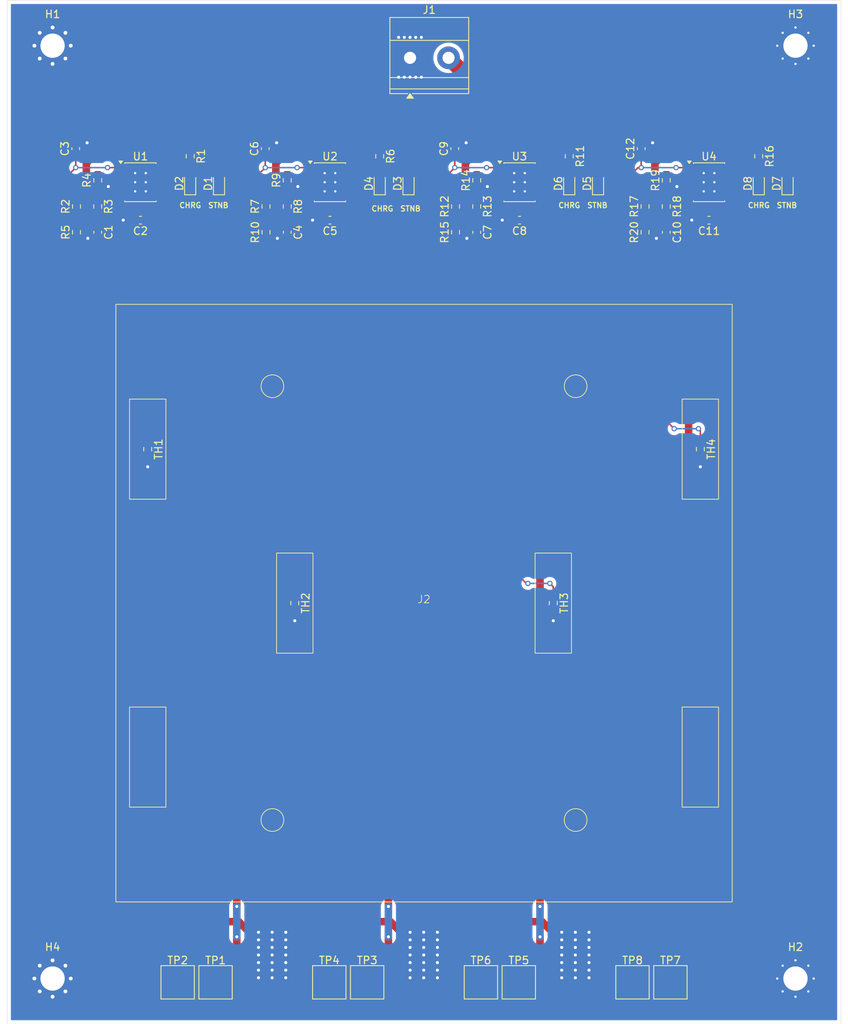
<source format=kicad_pcb>
(kicad_pcb (version 20241229) (generator "pcbnew") (generator_version "9.0")
  (layers (0 "F.Cu" signal) (2 "B.Cu" signal) (13 "F.Paste" user) (15 "B.Paste" user) (5 "F.SilkS" user "F.Silkscreen") (7 "B.SilkS" user "B.Silkscreen") (1 "F.Mask" user) (3 "B.Mask" user) (25 "Edge.Cuts" user))
  (net 0 "")
  (net 1 "GND")
  (net 2 "Net-(C1-Pad1)")
  (net 3 "/Charger1/Bat_Out")
  (net 4 "/Charger2/Bat_Out")
  (net 5 "/Charger3/Bat_Out")
  (net 6 "/Charger4/Bat_Out")
  (net 7 "Net-(D1-K)")
  (net 8 "Net-(D1-A)")
  (net 9 "Net-(D2-K)")
  (net 10 "Net-(D3-A)")
  (net 11 "Net-(D3-K)")
  (net 12 "Net-(D4-K)")
  (net 13 "Net-(D5-K)")
  (net 14 "Net-(D5-A)")
  (net 15 "Net-(D6-K)")
  (net 16 "Net-(D7-K)")
  (net 17 "Net-(D8-K)")
  (net 18 "VCC")
  (net 19 "Net-(U1-PROG)")
  (net 20 "Net-(U1-TEMP)")
  (net 21 "Net-(U2-PROG)")
  (net 22 "Net-(U2-TEMP)")
  (net 23 "Net-(U3-PROG)")
  (net 24 "Net-(U4-PROG)")
  (net 25 "Net-(U3-TEMP)")
  (net 26 "Net-(U4-TEMP)")
  (net 27 "Net-(C7-Pad1)")
  (net 28 "Net-(D7-A)")
  (net 29 "Net-(C4-Pad1)")
  (net 30 "Net-(C10-Pad1)")
  (footprint "Resistor_SMD:R_0603_1608Metric" (layer "F.Cu") (at 174.55 98.8 -90)
    (property "Reference" "TH4")
    (property "Value" "10k")
  )
  (footprint "LED_SMD:LED_0603_1608Metric" (layer "F.Cu") (at 111.055 63.775 90)
    (property "Reference" "D1")
    (property "Value" "LED")
  )
  (footprint "Capacitor_SMD:C_0603_1608Metric" (layer "F.Cu") (at 175.695 68.605 180)
    (property "Reference" "C11")
    (property "Value" "10u")
  )
  (footprint "Resistor_SMD:R_0603_1608Metric" (layer "F.Cu") (at 121.05 119.1 -90)
    (property "Reference" "TH2")
    (property "Value" "10k")
  )
  (footprint "Resistor_SMD:R_0603_1608Metric" (layer "F.Cu") (at 107.255 60.175 -90)
    (property "Reference" "R1")
    (property "Value" "1k")
  )
  (footprint "Capacitor_SMD:C_0603_1608Metric" (layer "F.Cu") (at 92.155 59.175 90)
    (property "Reference" "C3")
    (property "Value" "220n")
  )
  (footprint "MountingHole:MountingHole_3.2mm_M3_Pad_Via" (layer "F.Cu") (at 89.1 45.6)
    (property "Reference" "H1")
    (property "Value" "MountingHole_Pad")
  )
  (footprint "TestPoint:TestPoint_Pad_4.0x4.0mm" (layer "F.Cu") (at 170.6 169.1)
    (property "Reference" "TP7")
    (property "Value" "TestPoint")
  )
  (footprint "Resistor_SMD:R_0603_1608Metric" (layer "F.Cu") (at 95.055 63.35 -90)
    (property "Reference" "R4")
    (property "Value" "1k")
  )
  (footprint "MountingHole:MountingHole_3.2mm_M3_Pad_Via" (layer "F.Cu") (at 187.1 45.6)
    (property "Reference" "H3")
    (property "Value" "MountingHole_Pad")
  )
  (footprint "MountingHole:MountingHole_3.2mm_M3_Pad_Via" (layer "F.Cu") (at 187.1 168.6)
    (property "Reference" "H2")
    (property "Value" "MountingHole_Pad")
  )
  (footprint "LED_SMD:LED_0603_1608Metric" (layer "F.Cu") (at 157.255 63.775 90)
    (property "Reference" "D6")
    (property "Value" "LED")
  )
  (footprint "Resistor_SMD:R_0603_1608Metric" (layer "F.Cu") (at 145.055 66.8 -90)
    (property "Reference" "R13")
    (property "Value" "1R")
  )
  (footprint "MountingHole:MountingHole_3.2mm_M3_Pad_Via" (layer "F.Cu") (at 89.1 168.6)
    (property "Reference" "H4")
    (property "Value" "MountingHole_Pad")
  )
  (footprint "Resistor_SMD:R_0603_1608Metric" (layer "F.Cu") (at 117.255 70.2 -90)
    (property "Reference" "R10")
    (property "Value" "120k")
  )
  (footprint "Resistor_SMD:R_0603_1608Metric" (layer "F.Cu") (at 155.15 119.1 -90)
    (property "Reference" "TH3")
    (property "Value" "10k")
  )
  (footprint "Resistor_SMD:R_0603_1608Metric" (layer "F.Cu") (at 167.255 70.2 -90)
    (property "Reference" "R20")
    (property "Value" "120k")
  )
  (footprint "Resistor_SMD:R_0603_1608Metric" (layer "F.Cu") (at 142.255 70.2 -90)
    (property "Reference" "R15")
    (property "Value" "120k")
  )
  (footprint "Resistor_SMD:R_0603_1608Metric" (layer "F.Cu") (at 120.055 66.8 -90)
    (property "Reference" "R8")
    (property "Value" "1R")
  )
  (footprint "TestPoint:TestPoint_Pad_4.0x4.0mm" (layer "F.Cu") (at 125.6 169.1)
    (property "Reference" "TP4")
    (property "Value" "TestPoint")
  )
  (footprint "Resistor_SMD:R_0603_1608Metric" (layer "F.Cu") (at 157.255 60.175 -90)
    (property "Reference" "R11")
    (property "Value" "1k")
  )
  (footprint "Resistor_SMD:R_0603_1608Metric" (layer "F.Cu") (at 92.255 70.2 -90)
    (property "Reference" "R5")
    (property "Value" "120k")
  )
  (footprint "Capacitor_SMD:C_0603_1608Metric" (layer "F.Cu") (at 95.055 70.2 -90)
    (property "Reference" "C1")
    (property "Value" "10u")
  )
  (footprint "Capacitor_SMD:C_0603_1608Metric" (layer "F.Cu") (at 170.055 70.2 -90)
    (property "Reference" "C10")
    (property "Value" "10u")
  )
  (footprint "LED_SMD:LED_0603_1608Metric" (layer "F.Cu") (at 136.055 63.775 90)
    (property "Reference" "D3")
    (property "Value" "LED")
  )
  (footprint "Capacitor_SMD:C_0603_1608Metric" (layer "F.Cu") (at 125.695 68.605 180)
    (property "Reference" "C5")
    (property "Value" "10u")
  )
  (footprint "Package_SO:SOIC-8-1EP_3.9x4.9mm_P1.27mm_EP2.41x3.3mm_ThermalVias" (layer "F.Cu") (at 175.695 63.605)
    (property "Reference" "U4")
    (property "Value" "TP4056-42-ESOP8")
  )
  (footprint "TestPoint:TestPoint_Pad_4.0x4.0mm" (layer "F.Cu") (at 165.6 169.1)
    (property "Reference" "TP8")
    (property "Value" "TestPoint")
  )
  (footprint "Package_SO:SOIC-8-1EP_3.9x4.9mm_P1.27mm_EP2.41x3.3mm_ThermalVias" (layer "F.Cu") (at 150.695 63.605)
    (property "Reference" "U3")
    (property "Value" "TP4056-42-ESOP8")
  )
  (footprint "LED_SMD:LED_0603_1608Metric" (layer "F.Cu") (at 161.055 63.775 90)
    (property "Reference" "D5")
    (property "Value" "LED")
  )
  (footprint "TestPoint:TestPoint_Pad_4.0x4.0mm" (layer "F.Cu") (at 150.6 169.1)
    (property "Reference" "TP5")
    (property "Value" "TestPoint")
  )
  (footprint "TestPoint:TestPoint_Pad_4.0x4.0mm" (layer "F.Cu") (at 130.6 169.1)
    (property "Reference" "TP3")
    (property "Value" "TestPoint")
  )
  (footprint "Capacitor_SMD:C_0603_1608Metric" (layer "F.Cu") (at 145.055 70.2 -90)
    (property "Reference" "C7")
    (property "Value" "10u")
  )
  (footprint "Capacitor_SMD:C_0603_1608Metric" (layer "F.Cu") (at 120.055 70.2 -90)
    (property "Reference" "C4")
    (property "Value" "10u")
  )
  (footprint "Resistor_SMD:R_0603_1608Metric" (layer "F.Cu") (at 132.255 60.175 -90)
    (property "Reference" "R6")
    (property "Value" "1k")
  )
  (footprint "LED_SMD:LED_0603_1608Metric" (layer "F.Cu") (at 182.255 63.775 90)
    (property "Reference" "D8")
    (property "Value" "LED")
  )
  (footprint "Capacitor_SMD:C_0603_1608Metric" (layer "F.Cu") (at 142.155 59.175 90)
    (property "Reference" "C9")
    (property "Value" "220n")
  )
  (footprint "Capacitor_SMD:C_0603_1608Metric" (layer "F.Cu") (at 150.695 68.605 180)
    (property "Reference" "C8")
    (property "Value" "10u")
  )
  (footprint "Resistor_SMD:R_0603_1608Metric" (layer "F.Cu") (at 101.65 98.8 -90)
    (property "Reference" "TH1")
    (property "Value" "10k")
  )
  (footprint "TestPoint:TestPoint_Pad_4.0x4.0mm" (layer "F.Cu") (at 105.6 169.1)
    (property "Reference" "TP2")
    (property "Value" "TestPoint")
  )
  (footprint "Resistor_SMD:R_0603_1608Metric" (layer "F.Cu") (at 120.055 63.35 -90)
    (property "Reference" "R9")
    (property "Value" "1k")
  )
  (footprint "Resistor_SMD:R_0603_1608Metric" (layer "F.Cu") (at 92.255 66.8 -90)
    (property "Reference" "R2")
    (property "Value" "5.6k")
  )
  (footprint "Resistor_SMD:R_0603_1608Metric" (layer "F.Cu") (at 170.055 66.8 -90)
    (property "Reference" "R18")
    (property "Value" "1R")
  )
  (footprint "TerminalBlock_Phoenix:TerminalBlock_Phoenix_MKDS-1,5-2-5.08_1x02_P5.08mm_Horizontal" (layer "F.Cu") (at 136.255 47.2)
    (property "Reference" "J1")
    (property "Value" "Screw_Terminal_01x02")
  )
  (footprint "TestPoint:TestPoint_Pad_4.0x4.0mm" (layer "F.Cu") (at 110.6 169.1)
    (property "Reference" "TP1")
    (property "Value" "TestPoint")
  )
  (footprint "Resistor_SMD:R_0603_1608Metric" (layer "F.Cu") (at 117.255 66.8 -90)
    (property "Reference" "R7")
    (property "Value" "5.6k")
  )
  (footprint "TestPoint:TestPoint_Pad_4.0x4.0mm" (layer "F.Cu") (at 145.6 169.1)
    (property "Reference" "TP6")
    (property "Value" "TestPoint")
  )
  (footprint "Resistor_SMD:R_0603_1608Metric" (layer "F.Cu") (at 142.255 66.8 -90)
    (property "Reference" "R12")
    (property "Value" "5.6k")
  )
  (footprint "LED_SMD:LED_0603_1608Metric" (layer "F.Cu") (at 132.255 63.775 90)
    (property "Reference" "D4")
    (property "Value" "LED")
  )
  (footprint "Capacitor_SMD:C_0603_1608Metric" (layer "F.Cu") (at 166.75 59.175 90)
    (property "Reference" "C12")
    (property "Value" "220n")
  )
  (footprint "Resistor_SMD:R_0603_1608Metric" (layer "F.Cu") (at 145.055 63.35 -90)
    (property "Reference" "R14")
    (property "Value" "1k")
  )
  (footprint "Capacitor_SMD:C_0603_1608Metric" (layer "F.Cu") (at 117.155 59.175 90)
    (property "Reference" "C6")
    (property "Value" "220n")
  )
  (footprint "Package_SO:SOIC-8-1EP_3.9x4.9mm_P1.27mm_EP2.41x3.3mm_ThermalVias" (layer "F.Cu") (at 100.695 63.605)
    (property "Reference" "U1")
    (property "Value" "TP4056-42-ESOP8")
  )
  (footprint "Resistor_SMD:R_0603_1608Metric" (layer "F.Cu") (at 95.055 66.8 -90)
    (property "Reference" "R3")
    (property "Value" "1R")
  )
  (footprint "JK_footprints:4xCellHolder_18650" (layer "F.Cu") (at 138.1 119.1)
    (property "Reference" "J2")
    (property "Value" "CellHolder_4x18650_Parallel")
  )
  (footprint "Resistor_SMD:R_0603_1608Metric" (layer "F.Cu") (at 170.055 63.35 -90)
    (property "Reference" "R19")
    (property "Value" "1k")
  )
  (footprint "Capacitor_SMD:C_0603_1608Metric" (layer "F.Cu") (at 100.695 68.605 180)
    (property "Reference" "C2")
    (property "Value" "10u")
  )
  (footprint "LED_SMD:LED_0603_1608Metric" (layer "F.Cu") (at 107.255 63.775 90)
    (property "Reference" "D2")
    (property "Value" "LED")
  )
  (footprint "Resistor_SMD:R_0603_1608Metric" (layer "F.Cu") (at 167.255 66.8 -90)
    (property "Reference" "R17")
    (property "Value" "5.6k")
  )
  (footprint "LED_SMD:LED_0603_1608Metric" (layer "F.Cu") (at 186.055 63.775 90)
    (property "Reference" "D7")
    (property "Value" "LED")
  )
  (footprint "Resistor_SMD:R_0603_1608Metric" (layer "F.Cu") (at 182.255 60.175 -90)
    (property "Reference" "R16")
    (property "Value" "1k")
  )
  (footprint "Package_SO:SOIC-8-1EP_3.9x4.9mm_P1.27mm_EP2.41x3.3mm_ThermalVias" (layer "F.Cu") (at 125.695 63.605)
    (property "Reference" "U2")
    (property "Value" "TP4056-42-ESOP8")
  )
  (gr_rect (start 83.1 39.6) (end 193.1 174.6) (stroke (width 0.05)) (fill no) (layer "Edge.Cuts"))
  (gr_text "STNB" (at 134.9 67.5 0) (layer "F.SilkS") (effects (font (size 0.7 0.7) (thickness 0.14) (bold yes)) (justify left bottom)))
  (gr_text "CHRG" (at 131.1 67.5 0) (layer "F.SilkS") (effects (font (size 0.7 0.7) (thickness 0.14) (bold yes)) (justify left bottom)))
  (gr_text "STNB" (at 184.555 67.0625 0) (layer "F.SilkS") (effects (font (size 0.7 0.7) (thickness 0.14) (bold yes)) (justify left bottom)))
  (gr_text "STNB" (at 159.555 67.0625 0) (layer "F.SilkS") (effects (font (size 0.7 0.7) (thickness 0.14) (bold yes)) (justify left bottom)))
  (gr_text "CHRG" (at 105.755 67.0625 0) (layer "F.SilkS") (effects (font (size 0.7 0.7) (thickness 0.14) (bold yes)) (justify left bottom)))
  (gr_text "CHRG" (at 180.755 67.0625 0) (layer "F.SilkS") (effects (font (size 0.7 0.7) (thickness 0.14) (bold yes)) (justify left bottom)))
  (gr_text "CHRG" (at 155.755 67.0625 0) (layer "F.SilkS") (effects (font (size 0.7 0.7) (thickness 0.14) (bold yes)) (justify left bottom)))
  (gr_text "STNB" (at 109.555 67.0625 0) (layer "F.SilkS") (effects (font (size 0.7 0.7) (thickness 0.14) (bold yes)) (justify left bottom)))
  (segment (start 118.1 172.9) (end 118.061701 172.861701) (width 1) (layer "F.Cu") (net 1))
  (segment (start 96.52 64.24) (end 96.455 64.175) (width 0.5) (layer "F.Cu") (net 1))
  (segment (start 142.255 71.025) (end 143.725 71.025) (width 0.2) (layer "F.Cu") (net 1))
  (segment (start 93.775 70.975) (end 93.75 71) (width 0.2) (layer "F.Cu") (net 1))
  (segment (start 133.661701 161.1) (end 138.061701 165.5) (width 1) (layer "F.Cu") (net 1))
  (segment (start 145.6 169.1) (end 145.6 172.9) (width 1) (layer "F.Cu") (net 1))
  (segment (start 158.061701 172.861701) (end 158.1 172.9) (width 1) (layer "F.Cu") (net 1))
  (segment (start 145.055 70.975) (end 143.775 70.975) (width 0.2) (layer "F.Cu") (net 1))
  (segment (start 173.155 64.175) (end 173.22 64.24) (width 0.2) (layer "F.Cu") (net 1))
  (segment (start 118.725 71.025) (end 118.75 71) (width 0.2) (layer "F.Cu") (net 1))
  (segment (start 166.75 58.4) (end 168.25 58.4) (width 0.2) (layer "F.Cu") (net 1))
  (segment (start 146.52 64.24) (end 146.455 64.175) (width 0.5) (layer "F.Cu") (net 1))
  (segment (start 100.125 64.175) (end 100.695 63.605) (width 0.5) (layer "F.Cu") (net 1))
  (segment (start 108 172.9) (end 115.9 172.9) (width 1) (layer "F.Cu") (net 1))
  (segment (start 115.9 172.9) (end 118.1 172.9) (width 1) (layer "F.Cu") (net 1))
  (segment (start 125.6 172.9) (end 138.1 172.9) (width 1) (layer "F.Cu") (net 1))
  (segment (start 174.55 101.125) (end 174.55 99.625) (width 0.2) (layer "F.Cu") (net 1))
  (segment (start 167.28 71) (end 167.255 71.025) (width 0.2) (layer "F.Cu") (net 1))
  (segment (start 158.1 172.9) (end 161.8 172.9) (width 1) (layer "F.Cu") (net 1))
  (segment (start 173.425 68.605) (end 173.42 68.6) (width 0.2) (layer "F.Cu") (net 1))
  (segment (start 143.775 70.975) (end 143.75 71) (width 0.2) (layer "F.Cu") (net 1))
  (segment (start 143.725 71.025) (end 143.75 71) (width 0.2) (layer "F.Cu") (net 1))
  (segment (start 120.055 64.175) (end 121.455 64.175) (width 0.2) (layer "F.Cu") (net 1))
  (segment (start 113.661701 161.1) (end 118.061701 165.5) (width 1) (layer "F.Cu") (net 1))
  (segment (start 95.055 64.175) (end 96.455 64.175) (width 0.2) (layer "F.Cu") (net 1))
  (segment (start 148.1 161.1) (end 142.461701 161.1) (width 1) (layer "F.Cu") (net 1))
  (segment (start 170.055 70.975) (end 168.775 70.975) (width 0.2) (layer "F.Cu") (net 1))
  (segment (start 117.255 71.025) (end 118.725 71.025) (width 0.2) (layer "F.Cu") (net 1))
  (segment (start 148.155 64.175) (end 148.22 64.24) (width 0.2) (layer "F.Cu") (net 1))
  (segment (start 125.6 169.1) (end 125.6 172.9) (width 1) (layer "F.Cu") (net 1))
  (segment (start 105.6 170.5) (end 108 172.9) (width 1) (layer "F.Cu") (net 1))
  (segment (start 149.915 68.6) (end 149.92 68.605) (width 0.2) (layer "F.Cu") (net 1))
  (segment (start 122.461701 161.1) (end 118.061701 165.5) (width 1) (layer "F.Cu") (net 1))
  (segment (start 162.461701 161.1) (end 158.061701 165.5) (width 1) (layer "F.Cu") (net 1))
  (segment (start 99.92 68.605) (end 98.425 68.605) (width 0.2) (layer "F.Cu") (net 1))
  (segment (start 168.75 71) (end 167.28 71) (width 0.2) (layer "F.Cu") (net 1))
  (segment (start 98.155 64.175) (end 98.22 64.24) (width 0.2) (layer "F.Cu") (net 1))
  (segment (start 93.725 71.025) (end 93.75 71) (width 0.2) (layer "F.Cu") (net 1))
  (segment (start 123.4 68.6) (end 124.915 68.6) (width 0.2) (layer "F.Cu") (net 1))
  (segment (start 128.1 161.1) (end 122.461701 161.1) (width 1) (layer "F.Cu") (net 1))
  (segment (start 117.155 58.4) (end 118.655 58.4) (width 0.2) (layer "F.Cu") (net 1))
  (segment (start 118.061701 172.861701) (end 118.061701 165.5) (width 1) (layer "F.Cu") (net 1))
  (segment (start 174.92 68.605) (end 173.425 68.605) (width 0.2) (layer "F.Cu") (net 1))
  (segment (start 120.055 70.975) (end 118.775 70.975) (width 0.2) (layer "F.Cu") (net 1))
  (segment (start 148.1 161.1) (end 153.661701 161.1) (width 1) (layer "F.Cu") (net 1))
  (segment (start 115.9 172.9) (end 125.6 172.9) (width 1) (layer "F.Cu") (net 1))
  (segment (start 123.155 64.175) (end 123.22 64.24) (width 0.2) (layer "F.Cu") (net 1))
  (segment (start 161.8 172.9) (end 165.6 169.1) (width 1) (layer "F.Cu") (net 1))
  (segment (start 145.055 64.175) (end 146.455 64.175) (width 0.2) (layer "F.Cu") (net 1))
  (segment (start 142.461701 161.1) (end 138.061701 165.5) (width 1) (layer "F.Cu") (net 1))
  (segment (start 155.15 121.425) (end 155.15 119.925) (width 0.2) (layer "F.Cu") (net 1))
  (segment (start 150.125 64.175) (end 150.695 63.605) (width 0.5) (layer "F.Cu") (net 1))
  (segment (start 168.1 161.1) (end 162.461701 161.1) (width 1) (layer "F.Cu") (net 1))
  (segment (start 92.255 71.025) (end 93.725 71.025) (width 0.2) (layer "F.Cu") (net 1))
  (segment (start 138.061701 165.5) (end 138.061701 172.861701) (width 1) (layer "F.Cu") (net 1))
  (segment (start 171.455 64.175) (end 175.125 64.175) (width 0.5) (layer "F.Cu") (net 1))
  (segment (start 148.42 68.6) (end 149.915 68.6) (width 0.2) (layer "F.Cu") (net 1))
  (segment (start 158.061701 165.5) (end 158.061701 172.861701) (width 1) (layer "F.Cu") (net 1))
  (segment (start 125.125 64.175) (end 125.695 63.605) (width 0.5) (layer "F.Cu") (net 1))
  (segment (start 95.055 70.975) (end 93.775 70.975) (width 0.2) (layer "F.Cu") (net 1))
  (segment (start 124.915 68.6) (end 124.92 68.605) (width 0.2) (layer "F.Cu") (net 1))
  (segment (start 96.455 64.175) (end 100.125 64.175) (width 0.5) (layer "F.Cu") (net 1))
  (segment (start 142.155 58.4) (end 143.655 58.4) (width 0.2) (layer "F.Cu") (net 1))
  (segment (start 101.65 101.125) (end 101.65 99.625) (width 0.2) (layer "F.Cu") (net 1))
  (segment (start 92.155 58.4) (end 93.655 58.4) (width 0.2) (layer "F.Cu") (net 1))
  (segment (start 108.1 161.1) (end 113.661701 161.1) (width 1) (layer "F.Cu") (net 1))
  (segment (start 121.05 121.5) (end 121.05 119.925) (width 0.2) (layer "F.Cu") (net 1))
  (segment (start 170.055 64.175) (end 171.455 64.175) (width 0.2) (layer "F.Cu") (net 1))
  (segment (start 121.455 64.175) (end 125.125 64.175) (width 0.5) (layer "F.Cu") (net 1))
  (segment (start 98.425 68.605) (end 98.42 68.6) (width 0.2) (layer "F.Cu") (net 1))
  (segment (start 121.52 64.24) (end 121.455 64.175) (width 0.5) (layer "F.Cu") (net 1))
  (segment (start 153.661701 161.1) (end 158.061701 165.5) (width 1) (layer "F.Cu") (net 1))
  (segment (start 168.775 70.975) (end 168.75 71) (width 0.2) (layer "F.Cu") (net 1))
  (segment (start 138.1 172.9) (end 145.6 172.9) (width 1) (layer "F.Cu") (net 1))
  (segment (start 146.455 64.175) (end 150.125 64.175) (width 0.5) (layer "F.Cu") (net 1))
  (segment (start 105.6 169.1) (end 105.6 170.5) (width 1) (layer "F.Cu") (net 1))
  (segment (start 128.1 161.1) (end 133.661701 161.1) (width 1) (layer "F.Cu") (net 1))
  (segment (start 171.52 64.24) (end 171.455 64.175) (width 0.5) (layer "F.Cu") (net 1))
  (segment (start 175.125 64.175) (end 175.695 63.605) (width 0.5) (layer "F.Cu") (net 1))
  (segment (start 118.775 70.975) (end 118.75 71) (width 0.2) (layer "F.Cu") (net 1))
  (segment (start 145.6 172.9) (end 158.1 172.9) (width 1) (layer "F.Cu") (net 1))
  (segment (start 138.061701 172.861701) (end 138.1 172.9) (width 1) (layer "F.Cu") (net 1))
  (via (at 168.25 58.4) (size 0.7) (drill 0.4) (layers "F.Cu" "B.Cu") (net 1))
  (via (at 158.061701 166.5) (size 0.7) (drill 0.4) (layers "F.Cu" "B.Cu") (net 1))
  (via (at 156.261701 167.5) (size 0.7) (drill 0.4) (layers "F.Cu" "B.Cu") (net 1))
  (via (at 159.861701 164.5) (size 0.7) (drill 0.4) (layers "F.Cu" "B.Cu") (net 1))
  (via (at 156.261701 162.5) (size 0.7) (drill 0.4) (layers "F.Cu" "B.Cu") (net 1))
  (via (at 156.261701 163.5) (size 0.7) (drill 0.4) (layers "F.Cu" "B.Cu") (net 1))
  (via (at 119.861701 163.5) (size 0.7) (drill 0.4) (layers "F.Cu" "B.Cu") (net 1))
  (via (at 118.75 71) (size 0.7) (drill 0.4) (layers "F.Cu" "B.Cu") (net 1))
  (via (at 156.261701 166.5) (size 0.7) (drill 0.4) (layers "F.Cu" "B.Cu") (net 1))
  (via (at 137.75 49.75) (size 0.7) (drill 0.4) (layers "F.Cu" "B.Cu") (net 1))
  (via (at 116.261701 165.5) (size 0.7) (drill 0.4) (layers "F.Cu" "B.Cu") (net 1))
  (via (at 136.261701 165.5) (size 0.7) (drill 0.4) (layers "F.Cu" "B.Cu") (net 1))
  (via (at 137.75 44.5) (size 0.7) (drill 0.4) (layers "F.Cu" "B.Cu") (net 1))
  (via (at 139.861701 168.5) (size 0.7) (drill 0.4) (layers "F.Cu" "B.Cu") (net 1))
  (via (at 116.261701 164.5) (size 0.7) (drill 0.4) (layers "F.Cu" "B.Cu") (net 1))
  (via (at 139.861701 164.5) (size 0.7) (drill 0.4) (layers "F.Cu" "B.Cu") (net 1))
  (via (at 116.261701 167.5) (size 0.7) (drill 0.4) (layers "F.Cu" "B.Cu") (net 1))
  (via (at 118.061701 164.5) (size 0.7) (drill 0.4) (layers "F.Cu" "B.Cu") (net 1))
  (via (at 136.261701 167.5) (size 0.7) (drill 0.4) (layers "F.Cu" "B.Cu") (net 1))
  (via (at 118.061701 168.5) (size 0.7) (drill 0.4) (layers "F.Cu" "B.Cu") (net 1))
  (via (at 116.261701 168.5) (size 0.7) (drill 0.4) (layers "F.Cu" "B.Cu") (net 1))
  (via (at 158.061701 163.5) (size 0.7) (drill 0.4) (layers "F.Cu" "B.Cu") (net 1))
  (via (at 138.061701 162.5) (size 0.7) (drill 0.4) (layers "F.Cu" "B.Cu") (net 1))
  (via (at 143.75 71) (size 0.7) (drill 0.4) (layers "F.Cu" "B.Cu") (net 1))
  (via (at 139.861701 166.5) (size 0.7) (drill 0.4) (layers "F.Cu" "B.Cu") (net 1))
  (via (at 138.061701 167.5) (size 0.7) (drill 0.4) (layers "F.Cu" "B.Cu") (net 1))
  (via (at 118.061701 163.5) (size 0.7) (drill 0.4) (layers "F.Cu" "B.Cu") (net 1))
  (via (at 116.261701 163.5) (size 0.7) (drill 0.4) (layers "F.Cu" "B.Cu") (net 1))
  (via (at 139.861701 162.5) (size 0.7) (drill 0.4) (layers "F.Cu" "B.Cu") (net 1))
  (via (at 138.061701 165.5) (size 0.7) (drill 0.4) (layers "F.Cu" "B.Cu") (net 1))
  (via (at 116.261701 166.5) (size 0.7) (drill 0.4) (layers "F.Cu" "B.Cu") (net 1))
  (via (at 146.455 64.175) (size 0.7) (drill 0.4) (layers "F.Cu" "B.Cu") (net 1))
  (via (at 137 44.5) (size 0.7) (drill 0.4) (layers "F.Cu" "B.Cu") (net 1))
  (via (at 136.261701 163.5) (size 0.7) (drill 0.4) (layers "F.Cu" "B.Cu") (net 1))
  (via (at 159.861701 165.5) (size 0.7) (drill 0.4) (layers "F.Cu" "B.Cu") (net 1))
  (via (at 156.261701 165.5) (size 0.7) (drill 0.4) (layers "F.Cu" "B.Cu") (net 1))
  (via (at 136.25 44.5) (size 0.7) (drill 0.4) (layers "F.Cu" "B.Cu") (net 1))
  (via (at 118.061701 166.5) (size 0.7) (drill 0.4) (layers "F.Cu" "B.Cu") (net 1))
  (via (at 101.65 101.125) (size 0.7) (drill 0.4) (layers "F.Cu" "B.Cu") (net 1))
  (via (at 143.655 58.4) (size 0.7) (drill 0.4) (layers "F.Cu" "B.Cu") (net 1))
  (via (at 118.061701 165.5) (size 0.7) (drill 0.4) (layers "F.Cu" "B.Cu") (net 1))
  (via (at 173.42 68.6) (size 0.7) (drill 0.4) (layers "F.Cu" "B.Cu") (net 1))
  (via (at 171.455 64.175) (size 0.7) (drill 0.4) (layers "F.Cu" "B.Cu") (net 1))
  (via (at 119.861701 164.5) (size 0.7) (drill 0.4) (layers "F.Cu" "B.Cu") (net 1))
  (via (at 156.261701 164.5) (size 0.7) (drill 0.4) (layers "F.Cu" "B.Cu") (net 1))
  (via (at 98.42 68.6) (size 0.7) (drill 0.4) (layers "F.Cu" "B.Cu") (net 1))
  (via (at 135.5 49.75) (size 0.7) (drill 0.4) (layers "F.Cu" "B.Cu") (net 1))
  (via (at 159.861701 162.5) (size 0.7) (drill 0.4) (layers "F.Cu" "B.Cu") (net 1))
  (via (at 118.061701 162.5) (size 0.7) (drill 0.4) (layers "F.Cu" "B.Cu") (net 1))
  (via (at 138.061701 164.5) (size 0.7) (drill 0.4) (layers "F.Cu" "B.Cu") (net 1))
  (via (at 158.061701 168.5) (size 0.7) (drill 0.4) (layers "F.Cu" "B.Cu") (net 1))
  (via (at 121.05 121.425) (size 0.7) (drill 0.4) (layers "F.Cu" "B.Cu") (net 1))
  (via (at 96.455 64.175) (size 0.7) (drill 0.4) (layers "F.Cu" "B.Cu") (net 1))
  (via (at 123.4 68.6) (size 0.7) (drill 0.4) (layers "F.Cu" "B.Cu") (net 1))
  (via (at 119.861701 162.5) (size 0.7) (drill 0.4) (layers "F.Cu" "B.Cu") (net 1))
  (via (at 136.261701 166.5) (size 0.7) (drill 0.4) (layers "F.Cu" "B.Cu") (net 1))
  (via (at 158.061701 167.5) (size 0.7) (drill 0.4) (layers "F.Cu" "B.Cu") (net 1))
  (via (at 134.75 49.75) (size 0.7) (drill 0.4) (layers "F.Cu" "B.Cu") (net 1))
  (via (at 159.861701 163.5) (size 0.7) (drill 0.4) (layers "F.Cu" "B.Cu") (net 1))
  (via (at 119.861701 166.5) (size 0.7) (drill 0.4) (layers "F.Cu" "B.Cu") (net 1))
  (via (at 139.861701 167.5) (size 0.7) (drill 0.4) (layers "F.Cu" "B.Cu") (net 1))
  (via (at 116.261701 162.5) (size 0.7) (drill 0.4) (layers "F.Cu" "B.Cu") (net 1))
  (via (at 118.061701 167.5) (size 0.7) (drill 0.4) (layers "F.Cu" "B.Cu") (net 1))
  (via (at 158.061701 162.5) (size 0.7) (drill 0.4) (layers "F.Cu" "B.Cu") (net 1))
  (via (at 93.655 58.4) (size 0.7) (drill 0.4) (layers "F.Cu" "B.Cu") (net 1))
  (via (at 119.861701 168.5) (size 0.7) (drill 0.4) (layers "F.Cu" "B.Cu") (net 1))
  (via (at 135.5 44.5) (size 0.7) (drill 0.4) (layers "F.Cu" "B.Cu") (net 1))
  (via (at 137 49.75) (size 0.7) (drill 0.4) (layers "F.Cu" "B.Cu") (net 1))
  (via (at 136.261701 168.5) (size 0.7) (drill 0.4) (layers "F.Cu" "B.Cu") (net 1))
  (via (at 155.15 121.425) (size 0.7) (drill 0.4) (layers "F.Cu" "B.Cu") (net 1))
  (via (at 174.55 101.125) (size 0.7) (drill 0.4) (layers "F.Cu" "B.Cu") (net 1))
  (via (at 139.861701 165.5) (size 0.7) (drill 0.4) (layers "F.Cu" "B.Cu") (net 1))
  (via (at 121.455 64.175) (size 0.7) (drill 0.4) (layers "F.Cu" "B.Cu") (net 1))
  (via (at 119.861701 167.5) (size 0.7) (drill 0.4) (layers "F.Cu" "B.Cu") (net 1))
  (via (at 136.261701 164.5) (size 0.7) (drill 0.4) (layers "F.Cu" "B.Cu") (net 1))
  (via (at 159.861701 166.5) (size 0.7) (drill 0.4) (layers "F.Cu" "B.Cu") (net 1))
  (via (at 159.861701 167.5) (size 0.7) (drill 0.4) (layers "F.Cu" "B.Cu") (net 1))
  (via (at 138.061701 163.5) (size 0.7) (drill 0.4) (layers "F.Cu" "B.Cu") (net 1))
  (via (at 156.261701 168.5) (size 0.7) (drill 0.4) (layers "F.Cu" "B.Cu") (net 1))
  (via (at 139.861701 163.5) (size 0.7) (drill 0.4) (layers "F.Cu" "B.Cu") (net 1))
  (via (at 158.061701 164.5) (size 0.7) (drill 0.4) (layers "F.Cu" "B.Cu") (net 1))
  (via (at 158.061701 165.5) (size 0.7) (drill 0.4) (layers "F.Cu" "B.Cu") (net 1))
  (via (at 134.75 44.5) (size 0.7) (drill 0.4) (layers "F.Cu" "B.Cu") (net 1))
  (via (at 138.061701 166.5) (size 0.7) (drill 0.4) (layers "F.Cu" "B.Cu") (net 1))
  (via (at 148.42 68.6) (size 0.7) (drill 0.4) (layers "F.Cu" "B.Cu") (net 1))
  (via (at 136.261701 162.5) (size 0.7) (drill 0.4) (layers "F.Cu" "B.Cu") (net 1))
  (via (at 168.75 71) (size 0.7) (drill 0.4) (layers "F.Cu" "B.Cu") (net 1))
  (via (at 136.25 49.75) (size 0.7) (drill 0.4) (layers "F.Cu" "B.Cu") (net 1))
  (via (at 93.75 71) (size 0.7) (drill 0.4) (layers "F.Cu" "B.Cu") (net 1))
  (via (at 138.061701 168.5) (size 0.7) (drill 0.4) (layers "F.Cu" "B.Cu") (net 1))
  (via (at 118.655 58.4) (size 0.7) (drill 0.4) (layers "F.Cu" "B.Cu") (net 1))
  (via (at 119.861701 165.5) (size 0.7) (drill 0.4) (layers "F.Cu" "B.Cu") (net 1))
  (via (at 159.861701 168.5) (size 0.7) (drill 0.4) (layers "F.Cu" "B.Cu") (net 1))
  (segment (start 95.055 67.625) (end 95.055 69.425) (width 0.2) (layer "F.Cu") (net 2))
  (segment (start 103.17 72.17) (end 108.1 77.1) (width 1) (layer "F.Cu") (net 3))
  (segment (start 103.17 68.6) (end 103.17 72.17) (width 1) (layer "F.Cu") (net 3))
  (segment (start 113.4 159.1) (end 113.4 82.4) (width 1) (layer "F.Cu") (net 3))
  (segment (start 113.4 166.3) (end 113.4 163.1) (width 1) (layer "F.Cu") (net 3))
  (segment (start 103.165 68.605) (end 103.17 68.6) (width 0.2) (layer "F.Cu") (net 3))
  (segment (start 113.4 82.4) (end 108.1 77.1) (width 1) (layer "F.Cu") (net 3))
  (segment (start 101.47 68.605) (end 103.165 68.605) (width 0.2) (layer "F.Cu") (net 3))
  (segment (start 103.17 65.51) (end 103.17 68.6) (width 1) (layer "F.Cu") (net 3))
  (segment (start 110.6 169.1) (end 113.4 166.3) (width 1) (layer "F.Cu") (net 3))
  (via (at 113.4 159.1) (size 0.7) (drill 0.4) (layers "F.Cu" "B.Cu") (net 3))
  (via (at 113.4 163.1) (size 0.7) (drill 0.4) (layers "F.Cu" "B.Cu") (net 3))
  (segment (start 113.4 163.1) (end 113.4 159.1) (width 1) (layer "B.Cu") (net 3))
  (segment (start 126.47 68.605) (end 128.165 68.605) (width 0.2) (layer "F.Cu") (net 4))
  (segment (start 133.4 82.4) (end 133.4 159.1) (width 1) (layer "F.Cu") (net 4))
  (segment (start 130.6 169.1) (end 133.4 166.3) (width 1) (layer "F.Cu") (net 4))
  (segment (start 128.17 65.51) (end 128.17 68.6) (width 1) (layer "F.Cu") (net 4))
  (segment (start 128.17 77.03) (end 128.1 77.1) (width 1) (layer "F.Cu") (net 4))
  (segment (start 128.17 68.6) (end 128.17 77.03) (width 1) (layer "F.Cu") (net 4))
  (segment (start 133.4 166.3) (end 133.4 163.1) (width 1) (layer "F.Cu") (net 4))
  (segment (start 128.1 77.1) (end 133.4 82.4) (width 1) (layer "F.Cu") (net 4))
  (segment (start 128.165 68.605) (end 128.17 68.6) (width 0.2) (layer "F.Cu") (net 4))
  (via (at 133.4 159.1) (size 0.7) (drill 0.4) (layers "F.Cu" "B.Cu") (net 4))
  (via (at 133.4 163.1) (size 0.7) (drill 0.4) (layers "F.Cu" "B.Cu") (net 4))
  (segment (start 133.4 163.1) (end 133.4 159.1) (width 1) (layer "B.Cu") (net 4))
  (segment (start 153.4 82.4) (end 153.4 159.1) (width 1) (layer "F.Cu") (net 5))
  (segment (start 153.4 166.3) (end 153.4 163.1) (width 1) (layer "F.Cu") (net 5))
  (segment (start 150.6 169.1) (end 153.4 166.3) (width 1) (layer "F.Cu") (net 5))
  (segment (start 153.17 65.51) (end 153.17 68.6) (width 1) (layer "F.Cu") (net 5))
  (segment (start 153.17 68.6) (end 153.17 72.03) (width 1) (layer "F.Cu") (net 5))
  (segment (start 153.17 72.03) (end 148.1 77.1) (width 1) (layer "F.Cu") (net 5))
  (segment (start 153.165 68.605) (end 153.17 68.6) (width 0.2) (layer "F.Cu") (net 5))
  (segment (start 148.1 77.1) (end 153.4 82.4) (width 1) (layer "F.Cu") (net 5))
  (segment (start 151.47 68.605) (end 153.165 68.605) (width 0.2) (layer "F.Cu") (net 5))
  (via (at 153.4 163.1) (size 0.7) (drill 0.4) (layers "F.Cu" "B.Cu") (net 5))
  (via (at 153.4 159.1) (size 0.7) (drill 0.4) (layers "F.Cu" "B.Cu") (net 5))
  (segment (start 153.4 163.1) (end 153.4 159.1) (width 1) (layer "B.Cu") (net 5))
  (segment (start 176.47 68.605) (end 178.165 68.605) (width 0.2) (layer "F.Cu") (net 6))
  (segment (start 170.6 169.1) (end 173 166.7) (width 1) (layer "F.Cu") (net 6))
  (segment (start 178.17 68.6) (end 178.17 70.93) (width 1) (layer "F.Cu") (net 6))
  (segment (start 178.17 65.51) (end 178.17 68.6) (width 1) (layer "F.Cu") (net 6))
  (segment (start 168.1 77.1) (end 173 82) (width 1) (layer "F.Cu") (net 6))
  (segment (start 172 77.1) (end 168.1 77.1) (width 1) (layer "F.Cu") (net 6))
  (segment (start 173 166.7) (end 173 82.8) (width 1) (layer "F.Cu") (net 6))
  (segment (start 178.17 70.93) (end 172 77.1) (width 1) (layer "F.Cu") (net 6))
  (segment (start 173 82) (end 173 82.8) (width 1) (layer "F.Cu") (net 6))
  (segment (start 178.165 68.605) (end 178.17 68.6) (width 0.2) (layer "F.Cu") (net 6))
  (segment (start 104.92 64.24) (end 103.17 64.24) (width 0.2) (layer "F.Cu") (net 7))
  (segment (start 110.0425 65.575) (end 106.255 65.575) (width 0.2) (layer "F.Cu") (net 7))
  (segment (start 111.055 64.5625) (end 110.0425 65.575) (width 0.2) (layer "F.Cu") (net 7))
  (segment (start 106.255 65.575) (end 104.92 64.24) (width 0.2) (layer "F.Cu") (net 7))
  (segment (start 107.255 61) (end 109.0675 61) (width 0.2) (layer "F.Cu") (net 8))
  (segment (start 107.255 61) (end 107.255 62.9875) (width 0.2) (layer "F.Cu") (net 8))
  (segment (start 109.0675 61) (end 111.055 62.9875) (width 0.2) (layer "F.Cu") (net 8))
  (segment (start 107.255 64.5625) (end 105.6625 62.97) (width 0.2) (layer "F.Cu") (net 9))
  (segment (start 105.6625 62.97) (end 103.17 62.97) (width 0.2) (layer "F.Cu") (net 9))
  (segment (start 132.255 61) (end 132.255 62.9875) (width 0.2) (layer "F.Cu") (net 10))
  (segment (start 134.0675 61) (end 136.055 62.9875) (width 0.2) (layer "F.Cu") (net 10))
  (segment (start 132.255 61) (end 134.0675 61) (width 0.2) (layer "F.Cu") (net 10))
  (segment (start 131.255 65.575) (end 129.92 64.24) (width 0.2) (layer "F.Cu") (net 11))
  (segment (start 135.0425 65.575) (end 131.255 65.575) (width 0.2) (layer "F.Cu") (net 11))
  (segment (start 129.92 64.24) (end 128.17 64.24) (width 0.2) (layer "F.Cu") (net 11))
  (segment (start 136.055 64.5625) (end 135.0425 65.575) (width 0.2) (layer "F.Cu") (net 11))
  (segment (start 130.6625 62.97) (end 128.17 62.97) (width 0.2) (layer "F.Cu") (net 12))
  (segment (start 132.255 64.5625) (end 130.6625 62.97) (width 0.2) (layer "F.Cu") (net 12))
  (segment (start 160.0425 65.575) (end 156.255 65.575) (width 0.2) (layer "F.Cu") (net 13))
  (segment (start 156.255 65.575) (end 154.92 64.24) (width 0.2) (layer "F.Cu") (net 13))
  (segment (start 161.055 64.5625) (end 160.0425 65.575) (width 0.2) (layer "F.Cu") (net 13))
  (segment (start 154.92 64.24) (end 153.17 64.24) (width 0.2) (layer "F.Cu") (net 13))
  (segment (start 157.255 61) (end 157.255 62.9875) (width 0.2) (layer "F.Cu") (net 14))
  (segment (start 157.255 61) (end 159.0675 61) (width 0.2) (layer "F.Cu") (net 14))
  (segment (start 159.0675 61) (end 161.055 62.9875) (width 0.2) (layer "F.Cu") (net 14))
  (segment (start 157.255 64.5625) (end 155.6625 62.97) (width 0.2) (layer "F.Cu") (net 15))
  (segment (start 155.6625 62.97) (end 153.17 62.97) (width 0.2) (layer "F.Cu") (net 15))
  (segment (start 181.255 65.575) (end 179.92 64.24) (width 0.2) (layer "F.Cu") (net 16))
  (segment (start 186.055 64.5625) (end 185.0425 65.575) (width 0.2) (layer "F.Cu") (net 16))
  (segment (start 185.0425 65.575) (end 181.255 65.575) (width 0.2) (layer "F.Cu") (net 16))
  (segment (start 179.92 64.24) (end 178.17 64.24) (width 0.2) (layer "F.Cu") (net 16))
  (segment (start 180.6625 62.97) (end 178.17 62.97) (width 0.2) (layer "F.Cu") (net 17))
  (segment (start 182.255 64.5625) (end 180.6625 62.97) (width 0.2) (layer "F.Cu") (net 17))
  (segment (start 170.055 65.975) (end 172.755 65.975) (width 1) (layer "F.Cu") (net 18))
  (segment (start 144.855 59.775) (end 151.245 59.775) (width 1) (layer "F.Cu") (net 18))
  (segment (start 122.755 65.975) (end 123.22 65.51) (width 1) (layer "F.Cu") (net 18))
  (segment (start 170 55.5) (end 176 55.5) (width 2) (layer "F.Cu") (net 18))
  (segment (start 167.255 65.975) (end 168.555 65.975) (width 0.2) (layer "F.Cu") (net 18))
  (segment (start 107.255 57.445) (end 108.75 55.95) (width 0.2) (layer "F.Cu") (net 18))
  (segment (start 118.555 61.075) (end 119.855 59.775) (width 1) (layer "F.Cu") (net 18))
  (segment (start 132.255 57.555) (end 134.31 55.5) (width 0.2) (layer "F.Cu") (net 18))
  (segment (start 93.555 61.075) (end 94.855 59.775) (width 1) (layer "F.Cu") (net 18))
  (segment (start 117.255 65.975) (end 118.555 65.975) (width 0.2) (layer "F.Cu") (net 18))
  (segment (start 182.255 57.555) (end 181 56.3) (width 0.2) (layer "F.Cu") (net 18))
  (segment (start 118.555 65.975) (end 120.055 65.975) (width 1) (layer "F.Cu") (net 18))
  (segment (start 119.855 55.645) (end 120 55.5) (width 1) (layer "F.Cu") (net 18))
  (segment (start 168.25 55.5) (end 170 55.5) (width 2) (layer "F.Cu") (net 18))
  (segment (start 143.555 61.075) (end 144.855 59.775) (width 1) (layer "F.Cu") (net 18))
  (segment (start 97.755 65.975) (end 98.22 65.51) (width 1) (layer "F.Cu") (net 18))
  (segment (start 134.5 55.5) (end 120 55.5) (width 2) (layer "F.Cu") (net 18))
  (segment (start 132.255 59.35) (end 132.255 57.555) (width 0.2) (layer "F.Cu") (net 18))
  (segment (start 144.855 55.605) (end 144.75 55.5) (width 1) (layer "F.Cu") (net 18))
  (segment (start 94.855 59.775) (end 94.855 56.145) (width 1) (layer "F.Cu") (net 18))
  (segment (start 176.245 59.775) (end 178.17 61.7) (width 1) (layer "F.Cu") (net 18))
  (segment (start 101.245 59.775) (end 103.17 61.7) (width 1) (layer "F.Cu") (net 18))
  (segment (start 118.555 65.975) (end 118.555 61.075) (width 1) (layer "F.Cu") (net 18))
  (segment (start 144.75 55.5) (end 134.5 55.5) (width 2) (layer "F.Cu") (net 18))
  (segment (start 94.855 56.145) (end 95.5 55.5) (width 1) (layer "F.Cu") (net 18))
  (segment (start 145.055 65.975) (end 147.755 65.975) (width 1) (layer "F.Cu") (net 18))
  (segment (start 149.635 55.5) (end 155.5 55.5) (width 2) (layer "F.Cu") (net 18))
  (segment (start 144.855 59.775) (end 144.855 55.605) (width 1) (layer "F.Cu") (net 18))
  (segment (start 182.255 59.35) (end 182.255 57.555) (width 0.2) (layer "F.Cu") (net 18))
  (segment (start 169.855 55.645) (end 170 55.5) (width 1) (layer "F.Cu") (net 18))
  (segment (start 157.255 57.255) (end 155.5 55.5) (width 0.2) (layer "F.Cu") (net 18))
  (segment (start 94.855 59.775) (end 101.245 59.775) (width 1) (layer "F.Cu") (net 18))
  (segment (start 169.855 59.775) (end 176.245 59.775) (width 1) (layer "F.Cu") (net 18))
  (segment (start 93.555 65.975) (end 93.555 61.075) (width 1) (layer "F.Cu") (net 18))
  (segment (start 95.5 55.5) (end 94.5 55.5) (width 2) (layer "F.Cu") (net 18))
  (segment (start 172.755 65.975) (end 173.22 65.51) (width 1) (layer "F.Cu") (net 18))
  (segment (start 168.555 61.075) (end 169.855 59.775) (width 1) (layer "F.Cu") (net 18))
  (segment (start 119.855 59.775) (end 119.855 55.645) (width 1) (layer "F.Cu") (net 18))
  (segment (start 92.255 65.975) (end 93.555 65.975) (width 0.2) (layer "F.Cu") (net 18))
  (segment (start 143.555 65.975) (end 143.555 61.075) (width 1) (layer "F.Cu") (net 18))
  (segment (start 120 55.5) (end 108.75 55.5) (width 2) (layer "F.Cu") (net 18))
  (segment (start 176 55.5) (end 181 55.5) (width 2) (layer "F.Cu") (net 18))
  (segment (start 93.555 65.975) (end 95.055 65.975) (width 1) (layer "F.Cu") (net 18))
  (segment (start 134.31 55.5) (end 134.5 55.5) (width 0.2) (layer "F.Cu") (net 18))
  (segment (start 119.855 59.775) (end 126.245 59.775) (width 1) (layer "F.Cu") (net 18))
  (segment (start 108.75 55.5) (end 95.5 55.5) (width 2) (layer "F.Cu") (net 18))
  (segment (start 149.635 55.5) (end 144.75 55.5) (width 2) (layer "F.Cu") (net 18))
  (segment (start 155.5 55.5) (end 168.25 55.5) (width 2) (layer "F.Cu") (net 18))
  (segment (start 107.255 59.35) (end 107.255 57.445) (width 0.2) (layer "F.Cu") (net 18))
  (segment (start 157.255 59.35) (end 157.255 57.255) (width 0.2) (layer "F.Cu") (net 18))
  (segment (start 168.555 65.975) (end 170.055 65.975) (width 1) (layer "F.Cu") (net 18))
  (segment (start 143.555 65.975) (end 145.055 65.975) (width 1) (layer "F.Cu") (net 18))
  (segment (start 181 56.3) (end 181 55.5) (width 0.2) (layer "F.Cu") (net 18))
  (segment (start 141.335 47.2) (end 149.635 55.5) (width 2) (layer "F.Cu") (net 18))
  (segment (start 126.245 59.775) (end 128.17 61.7) (width 1) (layer "F.Cu") (net 18))
  (segment (start 108.75 55.95) (end 108.75 55.5) (width 0.2) (layer "F.Cu") (net 18))
  (segment (start 142.255 65.975) (end 143.555 65.975) (width 0.2) (layer "F.Cu") (net 18))
  (segment (start 151.245 59.775) (end 153.17 61.7) (width 1) (layer "F.Cu") (net 18))
  (segment (start 147.755 65.975) (end 148.22 65.51) (width 1) (layer "F.Cu") (net 18))
  (segment (start 169.855 59.775) (end 169.855 55.645) (width 1) (layer "F.Cu") (net 18))
  (segment (start 95.055 65.975) (end 97.755 65.975) (width 1) (layer "F.Cu") (net 18))
  (segment (start 168.555 65.975) (end 168.555 61.075) (width 1) (layer "F.Cu") (net 18))
  (segment (start 120.055 65.975) (end 122.755 65.975) (width 1) (layer "F.Cu") (net 18))
  (segment (start 95.5 62.97) (end 98.22 62.97) (width 0.2) (layer "F.Cu") (net 19))
  (segment (start 95.055 62.525) (end 95.5 62.97) (width 0.2) (layer "F.Cu") (net 19))
  (segment (start 92.155 59.95) (end 92.155 61.675) (width 0.2) (layer "F.Cu") (net 20))
  (segment (start 92.255 68.475) (end 92.255 69.375) (width 0.2) (layer "F.Cu") (net 20))
  (segment (start 92.255 68.475) (end 90.955 68.475) (width 0.2) (layer "F.Cu") (net 20))
  (segment (start 90.6 86.925) (end 101.65 97.975) (width 0.2) (layer "F.Cu") (net 20))
  (segment (start 98.195 61.675) (end 98.22 61.7) (width 0.2) (layer "F.Cu") (net 20))
  (segment (start 90.555 63.275) (end 92.155 61.675) (width 0.2) (layer "F.Cu") (net 20))
  (segment (start 90.955 68.475) (end 90.555 68.075) (width 0.2) (layer "F.Cu") (net 20))
  (segment (start 90.955 68.475) (end 90.6 68.83) (width 0.2) (layer "F.Cu") (net 20))
  (segment (start 96.355 61.675) (end 98.195 61.675) (width 0.2) (layer "F.Cu") (net 20))
  (segment (start 90.6 68.83) (end 90.6 86.925) (width 0.2) (layer "F.Cu") (net 20))
  (segment (start 92.255 67.625) (end 92.255 68.475) (width 0.2) (layer "F.Cu") (net 20))
  (segment (start 90.555 68.075) (end 90.555 63.275) (width 0.2) (layer "F.Cu") (net 20))
  (via (at 92.155 61.675) (size 0.7) (drill 0.4) (layers "F.Cu" "B.Cu") (net 20))
  (via (at 96.355 61.675) (size 0.7) (drill 0.4) (layers "F.Cu" "B.Cu") (net 20))
  (segment (start 92.155 61.675) (end 96.355 61.675) (width 0.2) (layer "B.Cu") (net 20))
  (segment (start 120.5 62.97) (end 123.22 62.97) (width 0.2) (layer "F.Cu") (net 21))
  (segment (start 120.055 62.525) (end 120.5 62.97) (width 0.2) (layer "F.Cu") (net 21))
  (segment (start 115.555 68.075) (end 115.555 63.275) (width 0.2) (layer "F.Cu") (net 22))
  (segment (start 123.195 61.675) (end 123.22 61.7) (width 0.2) (layer "F.Cu") (net 22))
  (segment (start 117.255 68.475) (end 117.255 69.375) (width 0.2) (layer "F.Cu") (net 22))
  (segment (start 115.6 112.8) (end 121.05 118.25) (width 0.2) (layer "F.Cu") (net 22))
  (segment (start 115.555 63.275) (end 117.155 61.675) (width 0.2) (layer "F.Cu") (net 22))
  (segment (start 115.6 68.83) (end 115.6 112.8) (width 0.2) (layer "F.Cu") (net 22))
  (segment (start 117.255 67.625) (end 117.255 68.475) (width 0.2) (layer "F.Cu") (net 22))
  (segment (start 117.255 68.475) (end 115.955 68.475) (width 0.2) (layer "F.Cu") (net 22))
  (segment (start 117.155 59.95) (end 117.155 61.675) (width 0.2) (layer "F.Cu") (net 22))
  (segment (start 121.05 118.25) (end 121.05 118.275) (width 0.2) (layer "F.Cu") (net 22))
  (segment (start 115.955 68.475) (end 115.6 68.83) (width 0.2) (layer "F.Cu") (net 22))
  (segment (start 121.355 61.675) (end 123.195 61.675) (width 0.2) (layer "F.Cu") (net 22))
  (segment (start 115.955 68.475) (end 115.555 68.075) (width 0.2) (layer "F.Cu") (net 22))
  (via (at 121.355 61.675) (size 0.7) (drill 0.4) (layers "F.Cu" "B.Cu") (net 22))
  (via (at 117.155 61.675) (size 0.7) (drill 0.4) (layers "F.Cu" "B.Cu") (net 22))
  (segment (start 117.155 61.675) (end 121.355 61.675) (width 0.2) (layer "B.Cu") (net 22))
  (segment (start 145.5 62.97) (end 148.22 62.97) (width 0.2) (layer "F.Cu") (net 23))
  (segment (start 145.055 62.525) (end 145.5 62.97) (width 0.2) (layer "F.Cu") (net 23))
  (segment (start 170.5 62.97) (end 173.22 62.97) (width 0.2) (layer "F.Cu") (net 24))
  (segment (start 170.055 62.525) (end 170.5 62.97) (width 0.2) (layer "F.Cu") (net 24))
  (segment (start 146.355 61.675) (end 148.195 61.675) (width 0.2) (layer "F.Cu") (net 25))
  (segment (start 151.8 116.5) (end 151.6 116.5) (width 0.2) (layer "F.Cu") (net 25))
  (segment (start 140.555 63.275) (end 142.155 61.675) (width 0.2) (layer "F.Cu") (net 25))
  (segment (start 140.555 68.075) (end 140.555 63.275) (width 0.2) (layer "F.Cu") (net 25))
  (segment (start 155.15 116.95) (end 155.15 118.275) (width 0.2) (layer "F.Cu") (net 25))
  (segment (start 154.7 116.5) (end 155.15 116.95) (width 0.2) (layer "F.Cu") (net 25))
  (segment (start 140.6 105.5) (end 140.6 68.83) (width 0.2) (layer "F.Cu") (net 25))
  (segment (start 142.255 68.475) (end 140.955 68.475) (width 0.2) (layer "F.Cu") (net 25))
  (segment (start 140.6 68.83) (end 140.955 68.475) (width 0.2) (layer "F.Cu") (net 25))
  (segment (start 148.195 61.675) (end 148.22 61.7) (width 0.2) (layer "F.Cu") (net 25))
  (segment (start 142.255 67.625) (end 142.255 68.475) (width 0.2) (layer "F.Cu") (net 25))
  (segment (start 142.155 59.95) (end 142.155 61.675) (width 0.2) (layer "F.Cu") (net 25))
  (segment (start 142.255 68.475) (end 142.255 69.375) (width 0.2) (layer "F.Cu") (net 25))
  (segment (start 151.6 116.5) (end 140.6 105.5) (width 0.2) (layer "F.Cu") (net 25))
  (segment (start 140.955 68.475) (end 140.555 68.075) (width 0.2) (layer "F.Cu") (net 25))
  (via (at 154.7 116.5) (size 0.7) (drill 0.4) (layers "F.Cu" "B.Cu") (net 25))
  (via (at 142.155 61.675) (size 0.7) (drill 0.4) (layers "F.Cu" "B.Cu") (net 25))
  (via (at 146.355 61.675) (size 0.7) (drill 0.4) (layers "F.Cu" "B.Cu") (net 25))
  (via (at 151.8 116.5) (size 0.7) (drill 0.4) (layers "F.Cu" "B.Cu") (net 25))
  (segment (start 151.8 116.5) (end 154.7 116.5) (width 0.2) (layer "B.Cu") (net 25))
  (segment (start 142.155 61.675) (end 146.355 61.675) (width 0.2) (layer "B.Cu") (net 25))
  (segment (start 166.75 61.675) (end 166.325 61.675) (width 0.2) (layer "F.Cu") (net 26))
  (segment (start 166.325 61.675) (end 165.555 62.445) (width 0.2) (layer "F.Cu") (net 26))
  (segment (start 159.8 84.8) (end 171.1 96.1) (width 0.2) (layer "F.Cu") (net 26))
  (segment (start 167.255 67.625) (end 167.255 68.475) (width 0.2) (layer "F.Cu") (net 26))
  (segment (start 173.195 61.675) (end 173.22 61.7) (width 0.2) (layer "F.Cu") (net 26))
  (segment (start 165.555 68.075) (end 165.955 68.475) (width 0.2) (layer "F.Cu") (net 26))
  (segment (start 171.355 61.675) (end 173.195 61.675) (width 0.2) (layer "F.Cu") (net 26))
  (segment (start 174.3 96.1) (end 174.55 96.35) (width 0.2) (layer "F.Cu") (net 26))
  (segment (start 174.55 96.35) (end 174.55 97.975) (width 0.2) (layer "F.Cu") (net 26))
  (segment (start 159.8 80.8) (end 159.8 84.8) (width 0.2) (layer "F.Cu") (net 26))
  (segment (start 165.955 68.475) (end 159.8 74.63) (width 0.2) (layer "F.Cu") (net 26))
  (segment (start 166.75 59.95) (end 166.75 61.675) (width 0.2) (layer "F.Cu") (net 26))
  (segment (start 159.8 74.63) (end 159.8 80.8) (width 0.2) (layer "F.Cu") (net 26))
  (segment (start 165.555 62.445) (end 165.555 68.075) (width 0.2) (layer "F.Cu") (net 26))
  (segment (start 167.255 68.475) (end 167.255 69.375) (width 0.2) (layer "F.Cu") (net 26))
  (segment (start 165.955 68.475) (end 167.255 68.475) (width 0.2) (layer "F.Cu") (net 26))
  (via (at 171.355 61.675) (size 0.7) (drill 0.4) (layers "F.Cu" "B.Cu") (net 26))
  (via (at 171.1 96.1) (size 0.7) (drill 0.4) (layers "F.Cu" "B.Cu") (net 26))
  (via (at 174.3 96.1) (size 0.7) (drill 0.4) (layers "F.Cu" "B.Cu") (net 26))
  (via (at 166.75 61.675) (size 0.7) (drill 0.4) (layers "F.Cu" "B.Cu") (net 26))
  (segment (start 171.1 96.1) (end 174.3 96.1) (width 0.2) (layer "B.Cu") (net 26))
  (segment (start 166.75 61.675) (end 171.355 61.675) (width 0.2) (layer "B.Cu") (net 26))
  (segment (start 145.055 67.625) (end 145.055 69.425) (width 0.2) (layer "F.Cu") (net 27))
  (segment (start 182.255 61) (end 182.255 62.9875) (width 0.2) (layer "F.Cu") (net 28))
  (segment (start 184.0675 61) (end 186.055 62.9875) (width 0.2) (layer "F.Cu") (net 28))
  (segment (start 182.255 61) (end 184.0675 61) (width 0.2) (layer "F.Cu") (net 28))
  (segment (start 120.055 67.625) (end 120.055 69.425) (width 0.2) (layer "F.Cu") (net 29))
  (segment (start 170.055 67.625) (end 170.055 69.425) (width 0.2) (layer "F.Cu") (net 30))
  (zone (net 1) (net_name "GND") (layer "F.Cu") (name "VCC_Fill") (priority 2) (connect_pads yes (clearance 0.5)) (min_thickness 0.25) (fill yes (thermal_gap 0.5) (thermal_bridge_width 0.5) (smoothing fillet) (radius 1))
    (polygon (pts (xy 135.35 161.5) (xy 135.35 169.6) (xy 140.85 169.6) (xy 140.85 161.5)))
  )
  (zone (net 1) (net_name "GND") (layer "F.Cu") (name "VCC_Fill") (priority 1) (connect_pads yes (clearance 0.5)) (min_thickness 0.25) (fill yes (thermal_gap 0.5) (thermal_bridge_width 0.5) (smoothing fillet) (radius 0.5))
    (polygon (pts (xy 134 43.5) (xy 138.75 43.5) (xy 138.75 50.75) (xy 134 50.75)))
  )
  (zone (net 1) (net_name "GND") (layer "F.Cu") (name "VCC_Fill") (priority 2) (connect_pads yes (clearance 0.5)) (min_thickness 0.25) (fill yes (thermal_gap 0.5) (thermal_bridge_width 0.5) (smoothing fillet) (radius 1))
    (polygon (pts (xy 155.35 161.5) (xy 155.35 169.6) (xy 160.85 169.6) (xy 160.85 161.5)))
  )
  (zone (net 1) (net_name "GND") (layer "F.Cu") (name "VCC_Fill") (priority 2) (connect_pads yes (clearance 0.5)) (min_thickness 0.25) (fill yes (thermal_gap 0.5) (thermal_bridge_width 0.5) (smoothing fillet) (radius 1))
    (polygon (pts (xy 115.35 161.5) (xy 115.35 169.6) (xy 120.85 169.6) (xy 120.85 161.5)))
  )
  (zone (net 1) (net_name "GND") (layer "B.Cu") (name "VCC_Fill") (connect_pads yes (clearance 0.5)) (min_thickness 0.25) (fill yes (thermal_gap 0.5) (thermal_bridge_width 0.5))
    (polygon (pts (xy 83.1 39.6) (xy 193.1 39.6) (xy 193.1 174.6) (xy 83.1 174.6)))
  )
)
</source>
